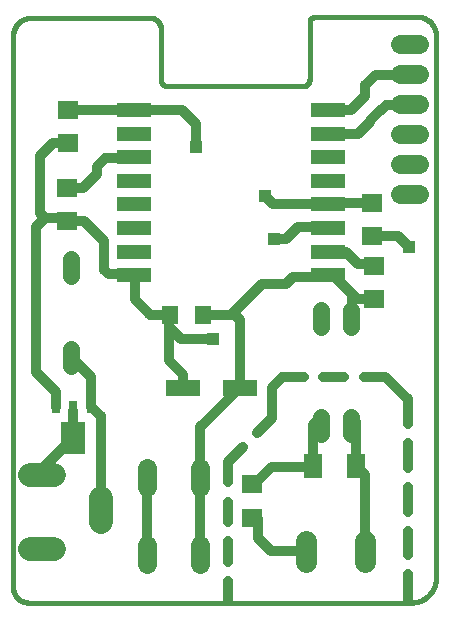
<source format=gtl>
G75*
%MOIN*%
%OFA0B0*%
%FSLAX25Y25*%
%IPPOS*%
%LPD*%
%AMOC8*
5,1,8,0,0,1.08239X$1,22.5*
%
%ADD10C,0.03200*%
%ADD11C,0.01600*%
%ADD12R,0.05512X0.06299*%
%ADD13R,0.07087X0.06299*%
%ADD14R,0.11811X0.04724*%
%ADD15C,0.06400*%
%ADD16C,0.05600*%
%ADD17C,0.07874*%
%ADD18R,0.11811X0.05512*%
%ADD19R,0.02756X0.04331*%
%ADD20R,0.02756X0.07087*%
%ADD21R,0.07874X0.11024*%
%ADD22R,0.02500X0.05000*%
%ADD23C,0.07100*%
%ADD24R,0.05906X0.08268*%
%ADD25R,0.04362X0.04362*%
D10*
X0034843Y0047520D02*
X0034658Y0056784D01*
X0034658Y0078882D01*
X0031509Y0082031D01*
X0031509Y0091781D01*
X0024760Y0098530D01*
X0019698Y0086815D02*
X0013005Y0093508D01*
X0013005Y0141933D01*
X0016154Y0145083D01*
X0022297Y0145083D01*
X0023422Y0143957D01*
X0029091Y0143957D01*
X0035839Y0137209D01*
X0035839Y0127760D01*
X0037414Y0126185D01*
X0045439Y0126185D01*
X0045777Y0125846D01*
X0046076Y0125548D01*
X0046076Y0117917D01*
X0051296Y0112697D01*
X0057785Y0112697D01*
X0057493Y0112405D01*
X0057493Y0108469D01*
X0061430Y0104531D01*
X0072060Y0104531D01*
X0068809Y0112697D02*
X0078257Y0112697D01*
X0078753Y0113193D01*
X0081115Y0110831D01*
X0081115Y0088390D01*
X0067892Y0075167D01*
X0067892Y0058357D01*
X0067892Y0032757D01*
X0077178Y0030344D02*
X0077178Y0037158D01*
X0077178Y0043558D02*
X0077178Y0050372D01*
X0077178Y0056772D02*
X0077178Y0063587D01*
X0082199Y0068607D01*
X0086724Y0073133D02*
X0091745Y0078154D01*
X0091745Y0088390D01*
X0095288Y0091933D01*
X0102439Y0091933D01*
X0108839Y0091933D02*
X0115990Y0091933D01*
X0122390Y0091933D02*
X0129540Y0091933D01*
X0137020Y0084453D01*
X0137020Y0076266D01*
X0137020Y0069866D02*
X0137020Y0061679D01*
X0137020Y0055279D02*
X0137020Y0047091D01*
X0137020Y0040691D02*
X0137020Y0032504D01*
X0137020Y0026104D02*
X0137020Y0017917D01*
X0122847Y0033783D02*
X0122847Y0059256D01*
X0119698Y0062406D01*
X0119698Y0076815D01*
X0118005Y0078508D01*
X0108005Y0078508D02*
X0105524Y0076028D01*
X0105524Y0062406D01*
X0105131Y0062012D01*
X0091745Y0062012D01*
X0086627Y0056894D01*
X0085052Y0056106D01*
X0085052Y0045083D02*
X0087020Y0044689D01*
X0087020Y0038390D01*
X0091627Y0033783D01*
X0103162Y0033783D01*
X0077178Y0023944D02*
X0077178Y0017130D01*
X0050092Y0032757D02*
X0050092Y0058357D01*
X0062217Y0088390D02*
X0062217Y0092720D01*
X0057493Y0097445D01*
X0057493Y0108469D01*
X0078753Y0113193D02*
X0088595Y0123035D01*
X0096469Y0123035D01*
X0098831Y0125398D01*
X0109895Y0125398D01*
X0110344Y0125846D01*
X0112162Y0125846D01*
X0118517Y0119492D01*
X0120091Y0117917D01*
X0125759Y0117917D01*
X0118517Y0119492D02*
X0118517Y0109020D01*
X0118005Y0108508D01*
X0125759Y0128941D02*
X0124972Y0129728D01*
X0120485Y0129728D01*
X0116493Y0133720D01*
X0110344Y0133720D01*
X0110344Y0141594D02*
X0110006Y0141933D01*
X0100406Y0141933D01*
X0096469Y0137996D01*
X0092532Y0137996D01*
X0092083Y0149469D02*
X0089383Y0152169D01*
X0092083Y0149469D02*
X0110344Y0149469D01*
X0110683Y0149807D01*
X0125206Y0149807D01*
X0125206Y0138783D02*
X0133871Y0138783D01*
X0137414Y0135240D01*
X0120540Y0173091D02*
X0110344Y0173091D01*
X0110344Y0180965D02*
X0118178Y0180965D01*
X0122847Y0185634D01*
X0122847Y0189177D01*
X0126391Y0192720D01*
X0137680Y0192720D01*
X0137746Y0192787D01*
X0137746Y0182787D02*
X0137443Y0182484D01*
X0129934Y0182484D01*
X0128359Y0180909D01*
X0127965Y0180909D01*
X0124422Y0177366D01*
X0124422Y0176972D01*
X0120540Y0173091D01*
X0066548Y0176185D02*
X0066548Y0168705D01*
X0066548Y0176185D02*
X0061824Y0180909D01*
X0045832Y0180909D01*
X0045777Y0180965D01*
X0045776Y0180965D01*
X0023816Y0180965D01*
X0023816Y0169942D02*
X0018966Y0169942D01*
X0014580Y0165555D01*
X0014580Y0146657D01*
X0016154Y0145083D01*
X0023422Y0154981D02*
X0028809Y0154981D01*
X0033477Y0159650D01*
X0033477Y0162012D01*
X0036233Y0164768D01*
X0045328Y0164768D01*
X0045777Y0165217D01*
X0019698Y0086815D02*
X0019698Y0082031D01*
X0025603Y0080654D02*
X0025603Y0071598D01*
X0015157Y0061153D01*
X0015157Y0059331D01*
X0024213Y0070208D02*
X0025603Y0071598D01*
D11*
X0010643Y0016736D02*
X0138202Y0016736D01*
X0138402Y0016738D01*
X0138601Y0016746D01*
X0138801Y0016758D01*
X0139000Y0016775D01*
X0139199Y0016796D01*
X0139397Y0016823D01*
X0139594Y0016854D01*
X0139791Y0016890D01*
X0139986Y0016931D01*
X0140181Y0016976D01*
X0140374Y0017026D01*
X0140566Y0017081D01*
X0140757Y0017141D01*
X0140946Y0017205D01*
X0141134Y0017273D01*
X0141320Y0017346D01*
X0141504Y0017424D01*
X0141686Y0017506D01*
X0141866Y0017592D01*
X0142044Y0017683D01*
X0142220Y0017778D01*
X0142394Y0017877D01*
X0142565Y0017981D01*
X0142733Y0018088D01*
X0142899Y0018200D01*
X0143062Y0018315D01*
X0143222Y0018434D01*
X0143379Y0018558D01*
X0143534Y0018685D01*
X0143685Y0018815D01*
X0143833Y0018950D01*
X0143977Y0019087D01*
X0144119Y0019229D01*
X0144256Y0019373D01*
X0144391Y0019521D01*
X0144521Y0019672D01*
X0144648Y0019827D01*
X0144772Y0019984D01*
X0144891Y0020144D01*
X0145006Y0020307D01*
X0145118Y0020473D01*
X0145225Y0020641D01*
X0145329Y0020812D01*
X0145428Y0020986D01*
X0145523Y0021162D01*
X0145614Y0021340D01*
X0145700Y0021520D01*
X0145782Y0021702D01*
X0145860Y0021886D01*
X0145933Y0022072D01*
X0146001Y0022260D01*
X0146065Y0022449D01*
X0146125Y0022640D01*
X0146180Y0022832D01*
X0146230Y0023025D01*
X0146275Y0023220D01*
X0146316Y0023415D01*
X0146352Y0023612D01*
X0146383Y0023809D01*
X0146410Y0024007D01*
X0146431Y0024206D01*
X0146448Y0024405D01*
X0146460Y0024605D01*
X0146468Y0024804D01*
X0146470Y0025004D01*
X0146469Y0025004D02*
X0146469Y0205713D01*
X0146467Y0205870D01*
X0146461Y0206027D01*
X0146451Y0206184D01*
X0146438Y0206340D01*
X0146420Y0206496D01*
X0146399Y0206652D01*
X0146373Y0206807D01*
X0146344Y0206961D01*
X0146311Y0207115D01*
X0146274Y0207267D01*
X0146234Y0207419D01*
X0146189Y0207570D01*
X0146141Y0207719D01*
X0146089Y0207867D01*
X0146034Y0208014D01*
X0145974Y0208160D01*
X0145912Y0208304D01*
X0145845Y0208446D01*
X0145775Y0208587D01*
X0145702Y0208726D01*
X0145625Y0208863D01*
X0145545Y0208998D01*
X0145461Y0209130D01*
X0145374Y0209261D01*
X0145284Y0209390D01*
X0145191Y0209516D01*
X0145095Y0209640D01*
X0144995Y0209762D01*
X0144893Y0209881D01*
X0144787Y0209997D01*
X0144679Y0210111D01*
X0144568Y0210222D01*
X0144454Y0210330D01*
X0144338Y0210436D01*
X0144219Y0210538D01*
X0144097Y0210638D01*
X0143973Y0210734D01*
X0143847Y0210827D01*
X0143718Y0210917D01*
X0143587Y0211004D01*
X0143455Y0211088D01*
X0143320Y0211168D01*
X0143183Y0211245D01*
X0143044Y0211318D01*
X0142903Y0211388D01*
X0142761Y0211455D01*
X0142617Y0211517D01*
X0142471Y0211577D01*
X0142324Y0211632D01*
X0142176Y0211684D01*
X0142027Y0211732D01*
X0141876Y0211777D01*
X0141724Y0211817D01*
X0141572Y0211854D01*
X0141418Y0211887D01*
X0141264Y0211916D01*
X0141109Y0211942D01*
X0140953Y0211963D01*
X0140797Y0211981D01*
X0140641Y0211994D01*
X0140484Y0212004D01*
X0140327Y0212010D01*
X0140170Y0212012D01*
X0106312Y0212012D01*
X0106226Y0212010D01*
X0106140Y0212005D01*
X0106055Y0211995D01*
X0105970Y0211982D01*
X0105886Y0211965D01*
X0105802Y0211945D01*
X0105720Y0211921D01*
X0105639Y0211893D01*
X0105558Y0211862D01*
X0105480Y0211828D01*
X0105403Y0211790D01*
X0105328Y0211748D01*
X0105254Y0211704D01*
X0105183Y0211656D01*
X0105113Y0211605D01*
X0105046Y0211551D01*
X0104982Y0211495D01*
X0104920Y0211435D01*
X0104860Y0211373D01*
X0104804Y0211309D01*
X0104750Y0211242D01*
X0104699Y0211172D01*
X0104651Y0211101D01*
X0104607Y0211028D01*
X0104565Y0210952D01*
X0104527Y0210875D01*
X0104493Y0210797D01*
X0104462Y0210716D01*
X0104434Y0210635D01*
X0104410Y0210553D01*
X0104390Y0210469D01*
X0104373Y0210385D01*
X0104360Y0210300D01*
X0104350Y0210215D01*
X0104345Y0210129D01*
X0104343Y0210043D01*
X0104343Y0191146D01*
X0104341Y0191051D01*
X0104335Y0190956D01*
X0104326Y0190861D01*
X0104312Y0190767D01*
X0104295Y0190674D01*
X0104274Y0190581D01*
X0104250Y0190489D01*
X0104221Y0190398D01*
X0104190Y0190308D01*
X0104154Y0190220D01*
X0104115Y0190133D01*
X0104072Y0190048D01*
X0104027Y0189965D01*
X0103977Y0189884D01*
X0103925Y0189804D01*
X0103869Y0189727D01*
X0103811Y0189652D01*
X0103749Y0189580D01*
X0103684Y0189510D01*
X0103617Y0189443D01*
X0103547Y0189378D01*
X0103475Y0189316D01*
X0103400Y0189258D01*
X0103323Y0189202D01*
X0103243Y0189150D01*
X0103162Y0189100D01*
X0103079Y0189055D01*
X0102994Y0189012D01*
X0102907Y0188973D01*
X0102819Y0188937D01*
X0102729Y0188906D01*
X0102638Y0188877D01*
X0102546Y0188853D01*
X0102453Y0188832D01*
X0102360Y0188815D01*
X0102266Y0188801D01*
X0102171Y0188792D01*
X0102076Y0188786D01*
X0101981Y0188784D01*
X0101981Y0188783D02*
X0057099Y0188783D01*
X0057099Y0188784D02*
X0057004Y0188786D01*
X0056909Y0188792D01*
X0056814Y0188801D01*
X0056720Y0188815D01*
X0056627Y0188832D01*
X0056534Y0188853D01*
X0056442Y0188877D01*
X0056351Y0188906D01*
X0056261Y0188937D01*
X0056173Y0188973D01*
X0056086Y0189012D01*
X0056001Y0189055D01*
X0055918Y0189100D01*
X0055837Y0189150D01*
X0055757Y0189202D01*
X0055680Y0189258D01*
X0055605Y0189316D01*
X0055533Y0189378D01*
X0055463Y0189443D01*
X0055396Y0189510D01*
X0055331Y0189580D01*
X0055269Y0189652D01*
X0055211Y0189727D01*
X0055155Y0189804D01*
X0055103Y0189884D01*
X0055053Y0189965D01*
X0055008Y0190048D01*
X0054965Y0190133D01*
X0054926Y0190220D01*
X0054890Y0190308D01*
X0054859Y0190398D01*
X0054830Y0190489D01*
X0054806Y0190581D01*
X0054785Y0190674D01*
X0054768Y0190767D01*
X0054754Y0190861D01*
X0054745Y0190956D01*
X0054739Y0191051D01*
X0054737Y0191146D01*
X0054737Y0208075D01*
X0054735Y0208191D01*
X0054729Y0208307D01*
X0054720Y0208422D01*
X0054707Y0208537D01*
X0054690Y0208652D01*
X0054669Y0208766D01*
X0054644Y0208880D01*
X0054616Y0208992D01*
X0054584Y0209103D01*
X0054549Y0209214D01*
X0054510Y0209323D01*
X0054467Y0209431D01*
X0054421Y0209537D01*
X0054372Y0209642D01*
X0054319Y0209745D01*
X0054262Y0209847D01*
X0054203Y0209946D01*
X0054140Y0210043D01*
X0054074Y0210139D01*
X0054005Y0210232D01*
X0053933Y0210323D01*
X0053858Y0210411D01*
X0053780Y0210497D01*
X0053699Y0210580D01*
X0053616Y0210661D01*
X0053530Y0210739D01*
X0053442Y0210814D01*
X0053351Y0210886D01*
X0053258Y0210955D01*
X0053162Y0211021D01*
X0053065Y0211084D01*
X0052966Y0211143D01*
X0052864Y0211200D01*
X0052761Y0211253D01*
X0052656Y0211302D01*
X0052550Y0211348D01*
X0052442Y0211391D01*
X0052333Y0211430D01*
X0052222Y0211465D01*
X0052111Y0211497D01*
X0051999Y0211525D01*
X0051885Y0211550D01*
X0051771Y0211571D01*
X0051656Y0211588D01*
X0051541Y0211601D01*
X0051426Y0211610D01*
X0051310Y0211616D01*
X0051194Y0211618D01*
X0011430Y0211618D01*
X0011430Y0211619D02*
X0011278Y0211617D01*
X0011126Y0211611D01*
X0010974Y0211601D01*
X0010823Y0211588D01*
X0010672Y0211570D01*
X0010521Y0211549D01*
X0010371Y0211523D01*
X0010222Y0211494D01*
X0010073Y0211461D01*
X0009926Y0211424D01*
X0009779Y0211384D01*
X0009634Y0211339D01*
X0009490Y0211291D01*
X0009347Y0211239D01*
X0009205Y0211184D01*
X0009065Y0211125D01*
X0008926Y0211062D01*
X0008789Y0210996D01*
X0008654Y0210926D01*
X0008521Y0210853D01*
X0008390Y0210776D01*
X0008260Y0210696D01*
X0008133Y0210613D01*
X0008008Y0210527D01*
X0007885Y0210437D01*
X0007765Y0210344D01*
X0007647Y0210248D01*
X0007531Y0210149D01*
X0007418Y0210047D01*
X0007308Y0209943D01*
X0007200Y0209835D01*
X0007096Y0209725D01*
X0006994Y0209612D01*
X0006895Y0209496D01*
X0006799Y0209378D01*
X0006706Y0209258D01*
X0006616Y0209135D01*
X0006530Y0209010D01*
X0006447Y0208883D01*
X0006367Y0208753D01*
X0006290Y0208622D01*
X0006217Y0208489D01*
X0006147Y0208354D01*
X0006081Y0208217D01*
X0006018Y0208078D01*
X0005959Y0207938D01*
X0005904Y0207796D01*
X0005852Y0207653D01*
X0005804Y0207509D01*
X0005759Y0207364D01*
X0005719Y0207217D01*
X0005682Y0207070D01*
X0005649Y0206921D01*
X0005620Y0206772D01*
X0005594Y0206622D01*
X0005573Y0206471D01*
X0005555Y0206320D01*
X0005542Y0206169D01*
X0005532Y0206017D01*
X0005526Y0205865D01*
X0005524Y0205713D01*
X0005524Y0021854D01*
X0005525Y0021854D02*
X0005527Y0021713D01*
X0005533Y0021572D01*
X0005542Y0021431D01*
X0005556Y0021291D01*
X0005574Y0021151D01*
X0005595Y0021012D01*
X0005620Y0020873D01*
X0005649Y0020735D01*
X0005682Y0020598D01*
X0005718Y0020461D01*
X0005758Y0020326D01*
X0005802Y0020192D01*
X0005850Y0020059D01*
X0005901Y0019928D01*
X0005956Y0019798D01*
X0006015Y0019670D01*
X0006076Y0019543D01*
X0006142Y0019418D01*
X0006211Y0019295D01*
X0006283Y0019174D01*
X0006358Y0019055D01*
X0006437Y0018938D01*
X0006519Y0018823D01*
X0006604Y0018710D01*
X0006692Y0018600D01*
X0006783Y0018493D01*
X0006878Y0018388D01*
X0006975Y0018285D01*
X0007074Y0018186D01*
X0007177Y0018089D01*
X0007282Y0017994D01*
X0007389Y0017903D01*
X0007499Y0017815D01*
X0007612Y0017730D01*
X0007727Y0017648D01*
X0007844Y0017569D01*
X0007963Y0017494D01*
X0008084Y0017422D01*
X0008207Y0017353D01*
X0008332Y0017287D01*
X0008459Y0017226D01*
X0008587Y0017167D01*
X0008717Y0017112D01*
X0008848Y0017061D01*
X0008981Y0017013D01*
X0009115Y0016969D01*
X0009250Y0016929D01*
X0009387Y0016893D01*
X0009524Y0016860D01*
X0009662Y0016831D01*
X0009801Y0016806D01*
X0009940Y0016785D01*
X0010080Y0016767D01*
X0010220Y0016753D01*
X0010361Y0016744D01*
X0010502Y0016738D01*
X0010643Y0016736D01*
D12*
X0057785Y0112697D03*
X0068809Y0112697D03*
D13*
X0085052Y0056106D03*
X0085052Y0045083D03*
X0125759Y0117917D03*
X0125759Y0128941D03*
X0125206Y0138783D03*
X0125206Y0149807D03*
X0023816Y0169942D03*
X0023816Y0180965D03*
X0023422Y0154981D03*
X0023422Y0143957D03*
D14*
X0045777Y0141594D03*
X0045777Y0133720D03*
X0045777Y0125846D03*
X0045777Y0149469D03*
X0045777Y0157343D03*
X0045777Y0165217D03*
X0045777Y0173091D03*
X0045777Y0180965D03*
X0110344Y0180965D03*
X0110344Y0173091D03*
X0110344Y0165217D03*
X0110344Y0157343D03*
X0110344Y0149469D03*
X0110344Y0141594D03*
X0110344Y0133720D03*
X0110344Y0125846D03*
D15*
X0134546Y0152787D02*
X0140946Y0152787D01*
X0140946Y0162787D02*
X0134546Y0162787D01*
X0134546Y0172787D02*
X0140946Y0172787D01*
X0140946Y0182787D02*
X0134546Y0182787D01*
X0134546Y0192787D02*
X0140946Y0192787D01*
X0140946Y0202787D02*
X0134546Y0202787D01*
X0067892Y0061557D02*
X0067892Y0055157D01*
X0067892Y0035957D02*
X0067892Y0029557D01*
X0050092Y0029557D02*
X0050092Y0035957D01*
X0050092Y0055157D02*
X0050092Y0061557D01*
D16*
X0024760Y0095730D02*
X0024760Y0101330D01*
X0024760Y0125730D02*
X0024760Y0131330D01*
X0108005Y0114108D02*
X0108005Y0108508D01*
X0118005Y0108508D02*
X0118005Y0114108D01*
X0118005Y0078508D02*
X0118005Y0072908D01*
X0108005Y0072908D02*
X0108005Y0078508D01*
D17*
X0034843Y0051457D02*
X0034843Y0043583D01*
X0019094Y0034528D02*
X0011220Y0034528D01*
X0011220Y0059331D02*
X0019094Y0059331D01*
D18*
X0062217Y0088390D03*
X0081115Y0088390D03*
D19*
X0031509Y0082031D03*
X0019698Y0082031D03*
D20*
X0025603Y0080654D03*
D21*
X0025603Y0071598D03*
D22*
X0025603Y0071461D03*
X0025603Y0073429D03*
X0025603Y0075791D03*
X0025603Y0078941D03*
X0025603Y0081697D03*
X0025997Y0069098D03*
D23*
X0103162Y0037333D02*
X0103162Y0030233D01*
X0122847Y0030233D02*
X0122847Y0037333D01*
D24*
X0119698Y0062406D03*
X0105524Y0062406D03*
D25*
X0072060Y0104531D03*
X0092532Y0137996D03*
X0089383Y0152169D03*
X0066548Y0168705D03*
X0137414Y0135240D03*
M02*

</source>
